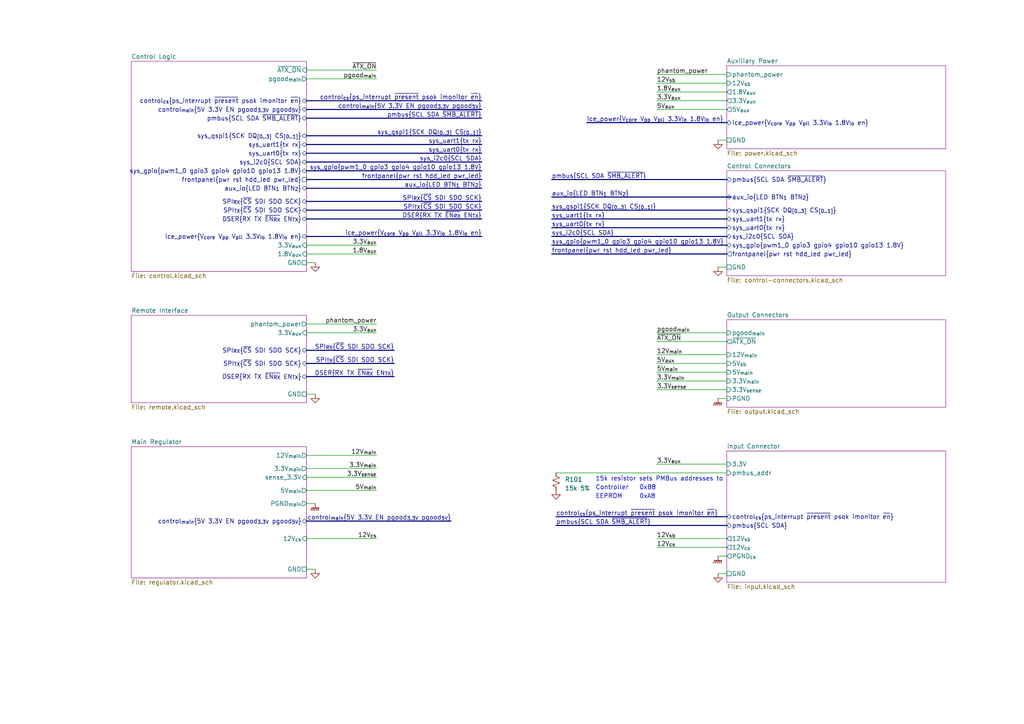
<source format=kicad_sch>
(kicad_sch (version 20210406) (generator eeschema)
  (paper "A4")
  (title_block (title "Common Slot to ATX Adapter") (rev "1"))
  (lib_symbols
    (symbol "proj_sym:GND" (power) (pin_numbers hide) (pin_names (offset 0) hide)
      (symbol "GND_0_1"
        (polyline (pts (xy 0 0) (xy 0 -1.27) (xy 1.27 -1.27) (xy 0 -2.54) (xy -1.27 -1.27) (xy 0 -1.27)))
      )
      (symbol "GND_1_1"
        (pin power_in line (at 0 0 270) (length 0) hide (name "GND") (number "1"))
      )
    )
    (symbol "proj_sym:GND_1" (power) (pin_numbers hide) (pin_names (offset 0) hide)
      (symbol "GND_1_0_1"
        (polyline (pts (xy 0 0) (xy 0 -1.27) (xy 1.27 -1.27) (xy 0 -2.54) (xy -1.27 -1.27) (xy 0 -1.27)))
      )
      (symbol "GND_1_1_1"
        (pin power_in line (at 0 0 270) (length 0) hide (name "GND") (number "1"))
      )
    )
    (symbol "proj_sym:GND_2" (power) (pin_numbers hide) (pin_names (offset 0) hide)
      (symbol "GND_2_0_1"
        (polyline (pts (xy 0 0) (xy 0 -1.27) (xy 1.27 -1.27) (xy 0 -2.54) (xy -1.27 -1.27) (xy 0 -1.27)))
      )
      (symbol "GND_2_1_1"
        (pin power_in line (at 0 0 270) (length 0) hide (name "GND") (number "1"))
      )
    )
    (symbol "proj_sym:GND_3" (power) (pin_numbers hide) (pin_names (offset 0) hide)
      (symbol "GND_3_0_1"
        (polyline (pts (xy 0 0) (xy 0 -1.27) (xy 1.27 -1.27) (xy 0 -2.54) (xy -1.27 -1.27) (xy 0 -1.27)))
      )
      (symbol "GND_3_1_1"
        (pin power_in line (at 0 0 270) (length 0) hide (name "GND") (number "1"))
      )
    )
    (symbol "proj_sym:GND_4" (power) (pin_numbers hide) (pin_names (offset 0) hide)
      (symbol "GND_4_0_1"
        (polyline (pts (xy 0 0) (xy 0 -1.27) (xy 1.27 -1.27) (xy 0 -2.54) (xy -1.27 -1.27) (xy 0 -1.27)))
      )
      (symbol "GND_4_1_1"
        (pin power_in line (at 0 0 270) (length 0) hide (name "GND") (number "1"))
      )
    )
    (symbol "proj_sym:PGND" (power) (pin_numbers hide) (pin_names (offset 0) hide)
      (symbol "PGND_0_1"
        (polyline (pts (xy 0 -1.27) (xy 0 0)))
        (polyline (pts (xy -1.016 -1.27) (xy -1.27 -2.032) (xy -1.27 -2.032)) (stroke (width 0.2032)))
        (polyline (pts (xy -0.508 -1.27) (xy -0.762 -2.032) (xy -0.762 -2.032)) (stroke (width 0.2032)))
        (polyline (pts (xy 0 -1.27) (xy -0.254 -2.032) (xy -0.254 -2.032)) (stroke (width 0.2032)))
        (polyline (pts (xy 0.508 -1.27) (xy 0.254 -2.032) (xy 0.254 -2.032)) (stroke (width 0.2032)))
        (polyline (pts (xy 1.016 -1.27) (xy -1.016 -1.27) (xy -1.016 -1.27)) (stroke (width 0.2032)))
        (polyline (pts (xy 1.016 -1.27) (xy 0.762 -2.032) (xy 0.762 -2.032) (xy 0.762 -2.032)) (stroke (width 0.2032)))
      )
      (symbol "PGND_1_1"
        (pin power_in line (at 0 0 270) (length 0) hide (name "GNDPWR") (number "1"))
      )
    )
    (symbol "proj_sym:Resistor" (pin_numbers hide) (pin_names (offset 0.254) hide)
      (property "Reference" "R" (at 0.762 0.508 0))
      (property "Value" "Resistor" (at 0.762 -1.016 0))
      (symbol "Resistor_1_1"
        (polyline (pts (xy 0 0) (xy 1.016 -0.381) (xy 0 -0.762) (xy -1.016 -1.143) (xy 0 -1.524)))
        (polyline (pts (xy 0 1.524) (xy 1.016 1.143) (xy 0 0.762) (xy -1.016 0.381) (xy 0 0)))
        (pin passive line (at 0 2.54 270) (length 1.016) (name "~") (number "1"))
        (pin passive line (at 0 -2.54 90) (length 1.016) (name "~") (number "2"))
      )
    )
  )
  (wire (pts (xy 88.9 20.32) (xy 109.22 20.32)))
  (wire (pts (xy 88.9 22.86) (xy 109.22 22.86)))
  (wire (pts (xy 88.9 71.12) (xy 109.22 71.12)))
  (wire (pts (xy 88.9 73.66) (xy 109.22 73.66)))
  (wire (pts (xy 88.9 76.2) (xy 91.44 76.2)))
  (wire (pts (xy 88.9 93.98) (xy 109.22 93.98)))
  (wire (pts (xy 88.9 96.52) (xy 109.22 96.52)))
  (wire (pts (xy 88.9 114.3) (xy 91.44 114.3)))
  (wire (pts (xy 88.9 132.08) (xy 109.22 132.08)))
  (wire (pts (xy 88.9 135.89) (xy 109.22 135.89)))
  (wire (pts (xy 88.9 138.43) (xy 109.22 138.43)))
  (wire (pts (xy 88.9 142.24) (xy 109.22 142.24)))
  (wire (pts (xy 88.9 146.05) (xy 91.44 146.05)))
  (wire (pts (xy 88.9 156.21) (xy 109.22 156.21)))
  (wire (pts (xy 88.9 165.1) (xy 91.44 165.1)))
  (wire (pts (xy 161.29 137.16) (xy 210.82 137.16)))
  (wire (pts (xy 190.5 21.59) (xy 210.82 21.59)))
  (wire (pts (xy 190.5 24.13) (xy 210.82 24.13)))
  (wire (pts (xy 190.5 26.67) (xy 210.82 26.67)))
  (wire (pts (xy 190.5 29.21) (xy 210.82 29.21)))
  (wire (pts (xy 190.5 31.75) (xy 210.82 31.75)))
  (wire (pts (xy 190.5 96.52) (xy 210.82 96.52)))
  (wire (pts (xy 190.5 99.06) (xy 210.82 99.06)))
  (wire (pts (xy 190.5 102.87) (xy 210.82 102.87)))
  (wire (pts (xy 190.5 105.41) (xy 210.82 105.41)))
  (wire (pts (xy 190.5 107.95) (xy 210.82 107.95)))
  (wire (pts (xy 190.5 110.49) (xy 210.82 110.49)))
  (wire (pts (xy 190.5 113.03) (xy 210.82 113.03)))
  (wire (pts (xy 190.5 134.62) (xy 210.82 134.62)))
  (wire (pts (xy 190.5 156.21) (xy 210.82 156.21)))
  (wire (pts (xy 190.5 158.75) (xy 210.82 158.75)))
  (wire (pts (xy 208.28 40.64) (xy 210.82 40.64)))
  (wire (pts (xy 208.28 77.47) (xy 210.82 77.47)))
  (wire (pts (xy 208.28 115.57) (xy 210.82 115.57)))
  (wire (pts (xy 208.28 161.29) (xy 210.82 161.29)))
  (wire (pts (xy 208.28 166.37) (xy 210.82 166.37)))
  (bus (pts (xy 88.9 29.21) (xy 139.7 29.21)))
  (bus (pts (xy 88.9 31.75) (xy 139.7 31.75)))
  (bus (pts (xy 88.9 34.29) (xy 139.7 34.29)))
  (bus (pts (xy 88.9 39.37) (xy 139.7 39.37)))
  (bus (pts (xy 88.9 41.91) (xy 139.7 41.91)))
  (bus (pts (xy 88.9 44.45) (xy 139.7 44.45)))
  (bus (pts (xy 88.9 46.99) (xy 139.7 46.99)))
  (bus (pts (xy 88.9 49.53) (xy 139.7 49.53)))
  (bus (pts (xy 88.9 52.07) (xy 139.7 52.07)))
  (bus (pts (xy 88.9 54.61) (xy 139.7 54.61)))
  (bus (pts (xy 88.9 58.42) (xy 139.7 58.42)))
  (bus (pts (xy 88.9 60.96) (xy 139.7 60.96)))
  (bus (pts (xy 88.9 63.5) (xy 139.7 63.5)))
  (bus (pts (xy 88.9 68.58) (xy 139.7 68.58)))
  (bus (pts (xy 88.9 101.6) (xy 114.3 101.6)))
  (bus (pts (xy 88.9 105.41) (xy 114.3 105.41)))
  (bus (pts (xy 88.9 109.22) (xy 114.3 109.22)))
  (bus (pts (xy 88.9 151.13) (xy 130.81 151.13)))
  (bus (pts (xy 160.02 52.07) (xy 210.82 52.07)))
  (bus (pts (xy 160.02 57.15) (xy 212.09 57.15)))
  (bus (pts (xy 161.29 149.86) (xy 210.82 149.86)))
  (bus (pts (xy 161.29 152.4) (xy 210.82 152.4)))
  (bus (pts (xy 170.18 35.56) (xy 210.82 35.56)))
  (bus (pts (xy 210.82 60.96) (xy 160.02 60.96)))
  (bus (pts (xy 210.82 63.5) (xy 160.02 63.5)))
  (bus (pts (xy 210.82 66.04) (xy 160.02 66.04)))
  (bus (pts (xy 210.82 68.58) (xy 160.02 68.58)))
  (bus (pts (xy 210.82 71.12) (xy 160.02 71.12)))
  (bus (pts (xy 210.82 73.66) (xy 160.02 73.66)))
  (text "15k resistor sets PMBus addresses to" (at 172.72 139.7 0) (effects (font (size 1.27 1.27)) (justify left bottom)))
  (text "Controller" (at 172.72 142.24 0) (effects (font (size 1.27 1.27)) (justify left bottom)))
  (text "EEPROM" (at 172.72 144.78 0) (effects (font (size 1.27 1.27)) (justify left bottom)))
  (text "0xB8" (at 185.404 142.2358 0) (effects (font (size 1.27 1.27)) (justify left bottom)))
  (text "0xA8" (at 185.404 144.7758 0) (effects (font (size 1.27 1.27)) (justify left bottom)))
  (label "~ATX_ON" (at 109.22 20.32 180))
  (label "pgood_{main}" (at 109.22 22.86 180))
  (label "3.3V_{aux}" (at 109.22 71.12 180))
  (label "1.8V_{aux}" (at 109.22 73.66 180))
  (label "phantom_power" (at 109.22 93.98 180))
  (label "3.3V_{aux}" (at 109.22 96.52 180))
  (label "12V_{main}" (at 109.22 132.08 180))
  (label "3.3V_{main}" (at 109.22 135.89 180))
  (label "3.3V_{sense}" (at 109.22 138.43 180))
  (label "5V_{main}" (at 109.22 142.24 180))
  (label "12V_{cs}" (at 109.22 156.21 180))
  (label "SPI_{RX}{~CS SDI SDO SCK}" (at 114.3 101.6 180))
  (label "SPI_{TX}{~CS SDI SDO SCK}" (at 114.3 105.41 180))
  (label "DSER{RX TX ~EN_{RX} EN_{TX}}" (at 114.3 109.22 180))
  (label "control_{main}{5V 3.3V EN pgood_{3.3V} pgood_{5V}}" (at 130.81 151.13 0))
  (label "control_{cs}{ps_interrupt ~present psok imonitor ~en}" (at 139.7 29.21 0))
  (label "control_{main}{5V 3.3V EN pgood_{3.3V} pgood_{5V}}" (at 139.7 31.75 0))
  (label "pmbus{SCL SDA ~SMB_ALERT}" (at 139.7 34.29 180))
  (label "sys_qspi1{SCK DQ_{[0..3]} CS_{[0..1]}}" (at 139.7 39.37 180))
  (label "sys_uart1{tx rx}" (at 139.7 41.91 180))
  (label "sys_uart0{tx rx}" (at 139.7 44.45 180))
  (label "sys_i2c0{SCL SDA}" (at 139.7 46.99 180))
  (label "sys_gpio{pwm1_0 gpio3 gpio4 gpio10 gpio13 1.8V}" (at 139.7 49.53 180))
  (label "frontpanel{pwr rst hdd_led pwr_led}" (at 139.7 52.07 180))
  (label "aux_io{LED BTN_{1} BTN_{2}}" (at 139.7 54.61 180))
  (label "SPI_{RX}{~CS SDI SDO SCK}" (at 139.7 58.42 180))
  (label "SPI_{TX}{~CS SDI SDO SCK}" (at 139.7 60.96 180))
  (label "DSER{RX TX ~EN_{RX} EN_{TX}}" (at 139.7 63.5 180))
  (label "ice_power{V_{core} V_{pp} V_{pll} 3.3V_{io} 1.8V_{io} en}" (at 139.7 68.58 0))
  (label "pmbus{SCL SDA ~SMB_ALERT}" (at 160.02 52.07 0))
  (label "aux_io{LED BTN_{1} BTN_{2}}" (at 160.02 57.15 0))
  (label "sys_qspi1{SCK DQ_{[0..3]} CS_{[0..1]}}" (at 160.02 60.96 0))
  (label "sys_uart1{tx rx}" (at 160.02 63.5 0))
  (label "sys_uart0{tx rx}" (at 160.02 66.04 0))
  (label "sys_i2c0{SCL SDA}" (at 160.02 68.58 0))
  (label "sys_gpio{pwm1_0 gpio3 gpio4 gpio10 gpio13 1.8V}" (at 160.02 71.12 0))
  (label "frontpanel{pwr rst hdd_led pwr_led}" (at 160.02 73.66 0))
  (label "control_{cs}{ps_interrupt ~present psok imonitor ~en}" (at 161.29 149.86 0))
  (label "pmbus{SCL SDA ~SMB_ALERT}" (at 161.29 152.4 0))
  (label "ice_power{V_{core} V_{pp} V_{pll} 3.3V_{io} 1.8V_{io} en}" (at 170.18 35.56 0))
  (label "phantom_power" (at 190.5 21.59 0))
  (label "12V_{sb}" (at 190.5 24.13 0))
  (label "1.8V_{aux}" (at 190.5 26.67 0))
  (label "3.3V_{aux}" (at 190.5 29.21 0))
  (label "5V_{aux}" (at 190.5 31.75 0))
  (label "pgood_{main}" (at 190.5 96.52 0))
  (label "~ATX_ON" (at 190.5 99.06 0))
  (label "12V_{main}" (at 190.5 102.87 0))
  (label "5V_{aux}" (at 190.5 105.41 0))
  (label "5V_{main}" (at 190.5 107.95 0))
  (label "3.3V_{main}" (at 190.5 110.49 0))
  (label "3.3V_{sense}" (at 190.5 113.03 0))
  (label "3.3V_{aux}" (at 190.5 134.62 0))
  (label "12V_{sb}" (at 190.5 156.21 0))
  (label "12V_{cs}" (at 190.5 158.75 0))
  (symbol (lib_id "proj_sym:PGND") (at 91.44 146.05 0) (unit 1)
    (property "Reference" "#PWR0103" (effects hide))
    (property "Value" "PGND" (effects hide))
  )
  (symbol (lib_id "proj_sym:PGND") (at 208.28 115.57 0) (unit 1)
    (property "Reference" "#PWR0108" (effects hide))
    (property "Value" "PGND" (effects hide))
  )
  (symbol (lib_id "proj_sym:PGND") (at 208.28 161.29 0) (unit 1)
    (property "Reference" "#PWR0109" (effects hide))
    (property "Value" "PGND" (effects hide))
  )
  (symbol (lib_name "proj_sym:GND_4") (lib_id "proj_sym:GND") (at 91.44 76.2 0) (unit 1)
    (property "Reference" "#PWR0101" (effects hide))
    (property "Value" "GND" (effects hide))
  )
  (symbol (lib_name "proj_sym:GND_3") (lib_id "proj_sym:GND") (at 91.44 114.3 0) (unit 1)
    (property "Reference" "#PWR0102" (effects hide))
    (property "Value" "GND" (effects hide))
  )
  (symbol (lib_name "proj_sym:GND_2") (lib_id "proj_sym:GND") (at 91.44 165.1 0) (unit 1)
    (property "Reference" "#PWR0104" (effects hide))
    (property "Value" "GND" (effects hide))
  )
  (symbol (lib_name "proj_sym:GND_1") (lib_id "proj_sym:GND") (at 161.29 142.24 0) (unit 1)
    (property "Reference" "#PWR0105" (effects hide))
    (property "Value" "GND" (effects hide))
  )
  (symbol (lib_id "proj_sym:GND") (at 208.28 40.64 0) (unit 1)
    (property "Reference" "#PWR0106" (effects hide))
    (property "Value" "GND" (effects hide))
  )
  (symbol (lib_name "proj_sym:GND_4") (lib_id "proj_sym:GND") (at 208.28 77.47 0) (unit 1)
    (property "Reference" "#PWR0107" (effects hide))
    (property "Value" "GND" (effects hide))
  )
  (symbol (lib_name "proj_sym:GND_2") (lib_id "proj_sym:GND") (at 208.28 166.37 0) (unit 1)
    (property "Reference" "#PWR0110" (effects hide))
    (property "Value" "GND" (effects hide))
  )
  (symbol (lib_id "proj_sym:Resistor") (at 161.29 139.7 180) (unit 1)
    (property "Reference" "R101" (at 163.83 139.0649 0) (effects (justify right)))
    (property "Value" "15k 5%" (at 163.83 141.6049 0) (effects (justify right)))
  )
  (sheet (at 210.82 19.05) (size 63.5 24.13) (stroke (width 0.0006) (color 132 0 132 1)) (fill (color 255 255 255 0.0000))
    (property "Sheet name" "Auxiliary Power" (at 210.82 18.4143 0) (effects (justify left bottom)))
    (property "Sheet file" "power.kicad_sch" (at 210.82 43.6887 0) (effects (justify left top)))
    (pin "phantom_power" input (at 210.82 21.59 180))
    (pin "12V_{sb}" input (at 210.82 24.13 180))
    (pin "3.3V_{aux}" output (at 210.82 29.21 180))
    (pin "GND" passive (at 210.82 40.64 180))
    (pin "5V_{aux}" output (at 210.82 31.75 180))
    (pin "ice_power{V_{core} V_{pp} V_{pll} 3.3V_{io} 1.8V_{io} en}" bidirectional (at 210.82 35.56 180))
    (pin "1.8V_{aux}" output (at 210.82 26.67 180))
  )
  (sheet (at 210.82 49.53) (size 63.5 30.48) (stroke (width 0.0006) (color 132 0 132 1)) (fill (color 255 255 255 0.0000))
    (property "Sheet name" "Control Connectors" (at 210.82 48.8943 0) (effects (justify left bottom)))
    (property "Sheet file" "control-connectors.kicad_sch" (at 210.82 80.5187 0) (effects (justify left top)))
    (pin "GND" passive (at 210.82 77.47 180))
    (pin "aux_io{LED BTN_{1} BTN_{2}}" bidirectional (at 210.82 57.15 180))
    (pin "sys_uart1{tx rx}" bidirectional (at 210.82 63.5 180))
    (pin "sys_uart0{tx rx}" bidirectional (at 210.82 66.04 180))
    (pin "frontpanel{pwr rst hdd_led pwr_led}" output (at 210.82 73.66 180))
    (pin "sys_i2c0{SCL SDA}" bidirectional (at 210.82 68.58 180))
    (pin "sys_gpio{pwm1_0 gpio3 gpio4 gpio10 gpio13 1.8V}" bidirectional (at 210.82 71.12 180))
    (pin "sys_qspi1{SCK DQ_{[0..3]} CS_{[0..1]}}" bidirectional (at 210.82 60.96 180))
    (pin "pmbus{SCL SDA ~SMB_ALERT}" bidirectional (at 210.82 52.07 180))
  )
  (sheet (at 38.1 17.78) (size 50.8 60.96) (stroke (width 0.0006) (color 132 0 132 1)) (fill (color 255 255 255 0.0000))
    (property "Sheet name" "Control Logic" (at 38.1 17.1443 0) (effects (justify left bottom)))
    (property "Sheet file" "control.kicad_sch" (at 38.1 79.2487 0) (effects (justify left top)))
    (pin "pgood_{main}" output (at 88.9 22.86 0))
    (pin "3.3V_{aux}" input (at 88.9 71.12 0))
    (pin "~ATX_ON" input (at 88.9 20.32 0))
    (pin "GND" passive (at 88.9 76.2 0))
    (pin "control_{cs}{ps_interrupt ~present psok imonitor ~en}" bidirectional (at 88.9 29.21 0))
    (pin "control_{main}{5V 3.3V EN pgood_{3.3V} pgood_{5V}}" bidirectional (at 88.9 31.75 0))
    (pin "aux_io{LED BTN_{1} BTN_{2}}" bidirectional (at 88.9 54.61 0))
    (pin "ice_power{V_{core} V_{pp} V_{pll} 3.3V_{io} 1.8V_{io} en}" bidirectional (at 88.9 68.58 0))
    (pin "1.8V_{aux}" input (at 88.9 73.66 0))
    (pin "SPI_{RX}{~CS SDI SDO SCK}" bidirectional (at 88.9 58.42 0))
    (pin "pmbus{SCL SDA ~SMB_ALERT}" bidirectional (at 88.9 34.29 0))
    (pin "sys_qspi1{SCK DQ_{[0..3]} CS_{[0..1]}}" bidirectional (at 88.9 39.37 0))
    (pin "sys_gpio{pwm1_0 gpio3 gpio4 gpio10 gpio13 1.8V}" bidirectional (at 88.9 49.53 0))
    (pin "sys_uart1{tx rx}" bidirectional (at 88.9 41.91 0))
    (pin "sys_uart0{tx rx}" bidirectional (at 88.9 44.45 0))
    (pin "sys_i2c0{SCL SDA}" bidirectional (at 88.9 46.99 0))
    (pin "frontpanel{pwr rst hdd_led pwr_led}" passive (at 88.9 52.07 0))
    (pin "SPI_{TX}{~CS SDI SDO SCK}" bidirectional (at 88.9 60.96 0))
    (pin "DSER{RX TX ~EN_{RX} EN_{TX}}" bidirectional (at 88.9 63.5 0))
  )
  (sheet (at 210.82 130.81) (size 63.5 38.1) (stroke (width 0.0006) (color 132 0 132 1)) (fill (color 255 255 255 0.0000))
    (property "Sheet name" "Input Connector" (at 210.82 130.1743 0) (effects (justify left bottom)))
    (property "Sheet file" "input.kicad_sch" (at 210.82 169.4187 0) (effects (justify left top)))
    (pin "PGND_{cs}" output (at 210.82 161.29 180))
    (pin "GND" passive (at 210.82 166.37 180))
    (pin "3.3V" input (at 210.82 134.62 180))
    (pin "12V_{sb}" output (at 210.82 156.21 180))
    (pin "12V_{cs}" output (at 210.82 158.75 180))
    (pin "pmbus_addr" input (at 210.82 137.16 180))
    (pin "pmbus{SCL SDA}" bidirectional (at 210.82 152.4 180))
    (pin "control_{cs}{ps_interrupt ~present psok imonitor ~en}" bidirectional (at 210.82 149.86 180))
  )
  (sheet (at 38.1 129.54) (size 50.8 38.1) (stroke (width 0.0006) (color 132 0 132 1)) (fill (color 255 255 255 0.0000))
    (property "Sheet name" "Main Regulator" (at 38.1 128.9043 0) (effects (justify left bottom)))
    (property "Sheet file" "regulator.kicad_sch" (at 38.1 168.1487 0) (effects (justify left top)))
    (pin "sense_3.3V" input (at 88.9 138.43 0))
    (pin "3.3V_{main}" output (at 88.9 135.89 0))
    (pin "5V_{main}" output (at 88.9 142.24 0))
    (pin "12V_{main}" output (at 88.9 132.08 0))
    (pin "GND" passive (at 88.9 165.1 0))
    (pin "PGND_{main}" output (at 88.9 146.05 0))
    (pin "12V_{cs}" input (at 88.9 156.21 0))
    (pin "control_{main}{5V 3.3V EN pgood_{3.3V} pgood_{5V}}" bidirectional (at 88.9 151.13 0))
  )
  (sheet (at 210.82 92.71) (size 63.5 25.4) (stroke (width 0.0006) (color 132 0 132 1)) (fill (color 255 255 255 0.0000))
    (property "Sheet name" "Output Connectors" (at 210.82 92.0743 0) (effects (justify left bottom)))
    (property "Sheet file" "output.kicad_sch" (at 210.82 118.6187 0) (effects (justify left top)))
    (pin "PGND" input (at 210.82 115.57 180))
    (pin "12V_{main}" input (at 210.82 102.87 180))
    (pin "5V_{sb}" input (at 210.82 105.41 180))
    (pin "5V_{main}" input (at 210.82 107.95 180))
    (pin "pgood_{main}" input (at 210.82 96.52 180))
    (pin "3.3V_{main}" input (at 210.82 110.49 180))
    (pin "~ATX_ON" output (at 210.82 99.06 180))
    (pin "3.3V_{sense}" input (at 210.82 113.03 180))
  )
  (sheet (at 38.1 91.44) (size 50.8 25.4) (stroke (width 0.0006) (color 132 0 132 1)) (fill (color 255 255 255 0.0000))
    (property "Sheet name" "Remote Interface" (at 38.1 90.8043 0) (effects (justify left bottom)))
    (property "Sheet file" "remote.kicad_sch" (at 38.1 117.3487 0) (effects (justify left top)))
    (pin "phantom_power" output (at 88.9 93.98 0))
    (pin "GND" passive (at 88.9 114.3 0))
    (pin "SPI_{RX}{~CS SDI SDO SCK}" bidirectional (at 88.9 101.6 0))
    (pin "SPI_{TX}{~CS SDI SDO SCK}" bidirectional (at 88.9 105.41 0))
    (pin "DSER{RX TX ~EN_{RX} EN_{TX}}" bidirectional (at 88.9 109.22 0))
    (pin "3.3V_{aux}" input (at 88.9 96.52 0))
  )
)
</source>
